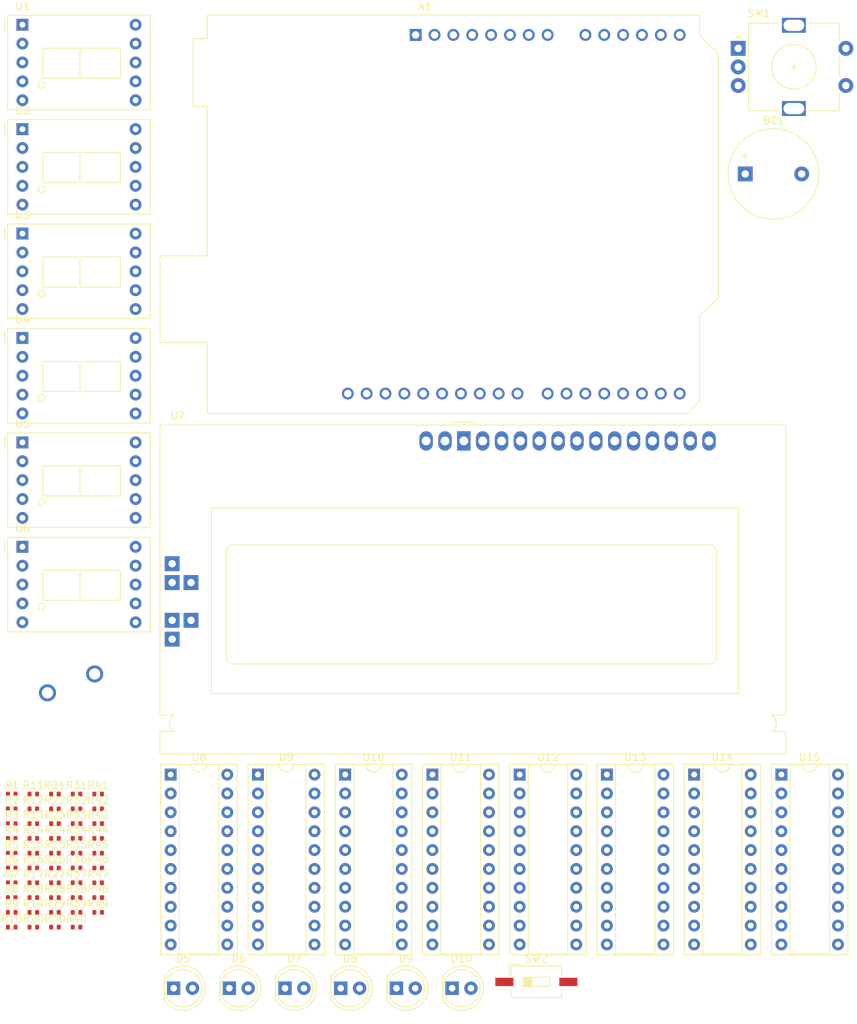
<source format=kicad_pcb>
(kicad_pcb (version 20221018) (generator pcbnew)
  (layers (0 "F.Cu" signal) (31 "B.Cu" signal) (34 "B.Paste" user) (35 "F.Paste" user) (36 "B.SilkS" user "B.Silkscreen") (37 "F.SilkS" user "F.Silkscreen") (38 "B.Mask" user) (39 "F.Mask" user) (44 "Edge.Cuts" user))
  (net 0 "")
  (net 4 "+5V")
  (net 5 "+3.3V")
  (net 6 "GND")
  (net 8 "(Digital) Rotary button")
  (net 9 "(Digital) Rotary A")
  (net 10 "(Digital) Rotary B")
  (net 11 "Char LCD Contrast")
  (net 12 "Buzzer")
  (net 14 "Hour 1 SR SI")
  (net 15 "Hour 2 SR SI")
  (net 16 "Min 1 SR SI")
  (net 17 "Min 2 SR SI")
  (net 18 "Sec 1 SR SI")
  (net 19 "Sec 2 SR SI")
  (net 20 "7-Segment SR CLK")
  (net 21 "Char LCD SR SI")
  (net 22 "Char LCD SR CLK")
  (net 23 "Char LCD BF")
  (net 24 "LED SR SI")
  (net 25 "LED SR CLK")
  (net 26 "Snooze button")
  (net 27 "Alarm toggle")
  (net 31 "PM")
  (net 32 "Alarm")
  (net 33 "Time Delimeter 1")
  (net 34 "Time Delimeter 2")
  (net 35 "Time Delimeter 3")
  (net 36 "Time Delimeter 4")
  (net 37 "Net-(U8-DRAIN0)")
  (net 38 "Net-(U1-A)")
  (net 39 "Net-(U7-A{slash}VEE)")
  (net 40 "Net-(U8-DRAIN1)")
  (net 41 "Net-(U1-B)")
  (net 42 "Net-(U8-DRAIN2)")
  (net 43 "Net-(U1-C)")
  (net 44 "Net-(U8-DRAIN3)")
  (net 45 "Net-(U1-D)")
  (net 46 "Net-(U8-DRAIN4)")
  (net 47 "Net-(U1-E)")
  (net 48 "Net-(U8-DRAIN5)")
  (net 49 "Net-(U1-F)")
  (net 50 "Net-(U8-DRAIN6)")
  (net 51 "Net-(U1-G)")
  (net 52 "Net-(U8-DRAIN7)")
  (net 53 "Net-(U1-DP)")
  (net 54 "Net-(U9-DRAIN0)")
  (net 55 "Net-(U2-A)")
  (net 56 "Net-(U9-DRAIN1)")
  (net 57 "Net-(U2-B)")
  (net 58 "Net-(U9-DRAIN2)")
  (net 59 "Net-(U2-C)")
  (net 60 "Net-(U9-DRAIN3)")
  (net 61 "Net-(U2-D)")
  (net 62 "Net-(U9-DRAIN4)")
  (net 63 "Net-(U2-E)")
  (net 64 "Net-(U9-DRAIN5)")
  (net 65 "Net-(U2-F)")
  (net 66 "Net-(U9-DRAIN6)")
  (net 67 "Net-(U2-G)")
  (net 68 "Net-(U9-DRAIN7)")
  (net 69 "Net-(U2-DP)")
  (net 70 "Net-(U10-DRAIN0)")
  (net 71 "Net-(U3-A)")
  (net 72 "Net-(U10-DRAIN1)")
  (net 73 "Net-(U3-B)")
  (net 74 "Net-(U10-DRAIN2)")
  (net 75 "Net-(U3-C)")
  (net 76 "Net-(U10-DRAIN3)")
  (net 77 "Net-(U3-D)")
  (net 78 "Net-(U10-DRAIN4)")
  (net 79 "Net-(U3-E)")
  (net 80 "Net-(U10-DRAIN5)")
  (net 81 "Net-(U3-F)")
  (net 82 "Net-(U10-DRAIN6)")
  (net 83 "Net-(U3-G)")
  (net 84 "Net-(U10-DRAIN7)")
  (net 85 "Net-(U3-DP)")
  (net 86 "Net-(U11-DRAIN0)")
  (net 87 "Net-(U6-A)")
  (net 88 "Net-(U11-DRAIN1)")
  (net 89 "Net-(U6-B)")
  (net 90 "Net-(U11-DRAIN2)")
  (net 91 "Net-(U6-C)")
  (net 92 "Net-(U11-DRAIN3)")
  (net 93 "Net-(U6-D)")
  (net 94 "Net-(U11-DRAIN4)")
  (net 95 "Net-(U6-E)")
  (net 96 "Net-(U11-DRAIN5)")
  (net 97 "Net-(U6-F)")
  (net 98 "Net-(U11-DRAIN6)")
  (net 99 "Net-(U6-G)")
  (net 100 "Net-(U11-DRAIN7)")
  (net 101 "Net-(U6-DP)")
  (net 102 "Net-(U12-DRAIN0)")
  (net 103 "Net-(U5-A)")
  (net 104 "Net-(U12-DRAIN1)")
  (net 105 "Net-(U5-B)")
  (net 106 "Net-(U12-DRAIN2)")
  (net 107 "Net-(U5-C)")
  (net 108 "Net-(U12-DRAIN3)")
  (net 109 "Net-(U5-D)")
  (net 110 "Net-(U12-DRAIN4)")
  (net 111 "Net-(U5-E)")
  (net 112 "Net-(U12-DRAIN5)")
  (net 113 "Net-(U5-F)")
  (net 114 "Net-(U12-DRAIN6)")
  (net 115 "Net-(U5-G)")
  (net 116 "Net-(U12-DRAIN7)")
  (net 117 "Net-(U5-DP)")
  (net 118 "Net-(U13-DRAIN0)")
  (net 119 "Net-(U4-A)")
  (net 120 "Net-(U13-DRAIN1)")
  (net 121 "Net-(U4-B)")
  (net 122 "Net-(U13-DRAIN2)")
  (net 123 "Net-(U4-C)")
  (net 124 "Net-(U13-DRAIN3)")
  (net 125 "Net-(U4-D)")
  (net 126 "Net-(U13-DRAIN4)")
  (net 127 "Net-(U4-E)")
  (net 128 "Net-(U13-DRAIN5)")
  (net 129 "Net-(U4-F)")
  (net 130 "Net-(U13-DRAIN6)")
  (net 131 "Net-(U4-G)")
  (net 132 "Net-(U13-DRAIN7)")
  (net 133 "Net-(U4-DP)")
  (net 134 "Net-(U14-DRAIN1)")
  (net 135 "Net-(U14-DRAIN2)")
  (net 136 "Net-(U14-DRAIN3)")
  (net 141 "Net-(U14-DRAIN4)")
  (net 142 "Net-(U14-DRAIN5)")
  (net 143 "Net-(U14-DRAIN6)")
  (footprint "Resistor_SMD:R_0402_1005Metric" (layer "F.Cu") (at 91.55 138.04)
    (fp_text reference "R41" (at 0 -1.17) (layer "F.SilkS"))
    (fp_text value "220")
    (pad "1" smd roundrect (at -0.51 0) (size 0.54 0.64) (layers "F.Cu" "F.Paste" "F.Mask") (net 116 "Net-(U12-DRAIN7)"))
    (pad "2" smd roundrect (at 0.51 0) (size 0.54 0.64) (layers "F.Cu" "F.Paste" "F.Mask") (net 117 "Net-(U5-DP)"))
  )
  (footprint "Package_DIP:DIP-20_W7.62mm_Socket" (layer "F.Cu") (at 113.07 135.42)
    (fp_text reference "U9" (at 3.81 -2.33) (layer "F.SilkS"))
    (fp_text value "TPIC6595")
    (pad "1" thru_hole rect (at 0 0) (size 1.6 1.6) (drill 0.8) (layers "*.Cu" "*.Mask") (net 6 "GND"))
    (pad "2" thru_hole oval (at 0 2.54) (size 1.6 1.6) (drill 0.8) (layers "*.Cu" "*.Mask"))
    (pad "3" thru_hole oval (at 0 5.08) (size 1.6 1.6) (drill 0.8) (layers "*.Cu" "*.Mask") (net 15 "Hour 2 SR SI"))
    (pad "4" thru_hole oval (at 0 7.62) (size 1.6 1.6) (drill 0.8) (layers "*.Cu" "*.Mask") (net 54 "Net-(U9-DRAIN0)"))
    (pad "5" thru_hole oval (at 0 10.16) (size 1.6 1.6) (drill 0.8) (layers "*.Cu" "*.Mask") (net 56 "Net-(U9-DRAIN1)"))
    (pad "6" thru_hole oval (at 0 12.7) (size 1.6 1.6) (drill 0.8) (layers "*.Cu" "*.Mask") (net 58 "Net-(U9-DRAIN2)"))
    (pad "7" thru_hole oval (at 0 15.24) (size 1.6 1.6) (drill 0.8) (layers "*.Cu" "*.Mask") (net 60 "Net-(U9-DRAIN3)"))
    (pad "8" thru_hole oval (at 0 17.78) (size 1.6 1.6) (drill 0.8) (layers "*.Cu" "*.Mask"))
    (pad "9" thru_hole oval (at 0 20.32) (size 1.6 1.6) (drill 0.8) (layers "*.Cu" "*.Mask"))
    (pad "10" thru_hole oval (at 0 22.86) (size 1.6 1.6) (drill 0.8) (layers "*.Cu" "*.Mask") (net 6 "GND"))
    (pad "11" thru_hole oval (at 7.62 22.86) (size 1.6 1.6) (drill 0.8) (layers "*.Cu" "*.Mask") (net 6 "GND"))
    (pad "12" thru_hole oval (at 7.62 20.32) (size 1.6 1.6) (drill 0.8) (layers "*.Cu" "*.Mask"))
    (pad "13" thru_hole oval (at 7.62 17.78) (size 1.6 1.6) (drill 0.8) (layers "*.Cu" "*.Mask") (net 20 "7-Segment SR CLK"))
    (pad "14" thru_hole oval (at 7.62 15.24) (size 1.6 1.6) (drill 0.8) (layers "*.Cu" "*.Mask") (net 62 "Net-(U9-DRAIN4)"))
    (pad "15" thru_hole oval (at 7.62 12.7) (size 1.6 1.6) (drill 0.8) (layers "*.Cu" "*.Mask") (net 64 "Net-(U9-DRAIN5)"))
    (pad "16" thru_hole oval (at 7.62 10.16) (size 1.6 1.6) (drill 0.8) (layers "*.Cu" "*.Mask") (net 66 "Net-(U9-DRAIN6)"))
    (pad "17" thru_hole oval (at 7.62 7.62) (size 1.6 1.6) (drill 0.8) (layers "*.Cu" "*.Mask") (net 68 "Net-(U9-DRAIN7)"))
    (pad "18" thru_hole oval (at 7.62 5.08) (size 1.6 1.6) (drill 0.8) (layers "*.Cu" "*.Mask"))
    (pad "19" thru_hole oval (at 7.62 2.54) (size 1.6 1.6) (drill 0.8) (layers "*.Cu" "*.Mask") (net 6 "GND"))
    (pad "20" thru_hole oval (at 7.62 0) (size 1.6 1.6) (drill 0.8) (layers "*.Cu" "*.Mask") (net 6 "GND"))
  )
  (footprint "Resistor_SMD:R_0402_1005Metric" (layer "F.Cu") (at 85.73 153.96)
    (fp_text reference "R29" (at 0 -1.17) (layer "F.SilkS"))
    (fp_text value "220")
    (pad "1" smd roundrect (at -0.51 0) (size 0.54 0.64) (layers "F.Cu" "F.Paste" "F.Mask") (net 92 "Net-(U11-DRAIN3)"))
    (pad "2" smd roundrect (at 0.51 0) (size 0.54 0.64) (layers "F.Cu" "F.Paste" "F.Mask") (net 93 "Net-(U6-D)"))
  )
  (footprint "Resistor_SMD:R_0402_1005Metric" (layer "F.Cu") (at 85.73 149.98)
    (fp_text reference "R27" (at 0 -1.17) (layer "F.SilkS"))
    (fp_text value "220")
    (pad "1" smd roundrect (at -0.51 0) (size 0.54 0.64) (layers "F.Cu" "F.Paste" "F.Mask") (net 88 "Net-(U11-DRAIN1)"))
    (pad "2" smd roundrect (at 0.51 0) (size 0.54 0.64) (layers "F.Cu" "F.Paste" "F.Mask") (net 89 "Net-(U6-B)"))
  )
  (footprint "Resistor_SMD:R_0402_1005Metric" (layer "F.Cu") (at 85.73 151.97)
    (fp_text reference "R28" (at 0 -1.17) (layer "F.SilkS"))
    (fp_text value "220")
    (pad "1" smd roundrect (at -0.51 0) (size 0.54 0.64) (layers "F.Cu" "F.Paste" "F.Mask") (net 90 "Net-(U11-DRAIN2)"))
    (pad "2" smd roundrect (at 0.51 0) (size 0.54 0.64) (layers "F.Cu" "F.Paste" "F.Mask") (net 91 "Net-(U6-C)"))
  )
  (footprint "Resistor_SMD:R_0402_1005Metric" (layer "F.Cu") (at 88.64 149.98)
    (fp_text reference "R37" (at 0 -1.17) (layer "F.SilkS"))
    (fp_text value "220")
    (pad "1" smd roundrect (at -0.51 0) (size 0.54 0.64) (layers "F.Cu" "F.Paste" "F.Mask") (net 108 "Net-(U12-DRAIN3)"))
    (pad "2" smd roundrect (at 0.51 0) (size 0.54 0.64) (layers "F.Cu" "F.Paste" "F.Mask") (net 109 "Net-(U5-D)"))
  )
  (footprint "Rotary_Encoder:RotaryEncoder_Alps_EC11E-Switch_Vertical_H20mm" (layer "F.Cu") (at 177.75 37.7)
    (fp_text reference "SW1" (at 2.8 -4.7) (layer "F.SilkS"))
    (fp_text value "RotaryEncoder_Switch")
    (pad "A" thru_hole rect (at 0 0) (size 2 2) (drill 1) (layers "*.Cu" "*.Mask") (net 9 "(Digital) Rotary A"))
    (pad "B" thru_hole circle (at 0 5) (size 2 2) (drill 1) (layers "*.Cu" "*.Mask") (net 10 "(Digital) Rotary B"))
    (pad "C" thru_hole circle (at 0 2.5) (size 2 2) (drill 1) (layers "*.Cu" "*.Mask") (net 6 "GND"))
    (pad "MP" thru_hole rect (at 7.5 -3.1) (size 3.2 2) (drill oval 2.8 1.5) (layers "*.Cu" "*.Mask"))
    (pad "MP" thru_hole rect (at 7.5 8.1) (size 3.2 2) (drill oval 2.8 1.5) (layers "*.Cu" "*.Mask"))
    (pad "S1" thru_hole circle (at 14.5 5) (size 2 2) (drill 1) (layers "*.Cu" "*.Mask") (net 6 "GND"))
    (pad "S2" thru_hole circle (at 14.5 0) (size 2 2) (drill 1) (layers "*.Cu" "*.Mask") (net 8 "(Digital) Rotary button"))
  )
  (footprint "Resistor_SMD:R_0402_1005Metric" (layer "F.Cu") (at 79.91 140.03)
    (fp_text reference "R2" (at 0 -1.17) (layer "F.SilkS"))
    (fp_text value "220")
    (pad "1" smd roundrect (at -0.51 0) (size 0.54 0.64) (layers "F.Cu" "F.Paste" "F.Mask") (net 39 "Net-(U7-A{slash}VEE)"))
    (pad "2" smd roundrect (at 0.51 0) (size 0.54 0.64) (layers "F.Cu" "F.Paste" "F.Mask") (net 4 "+5V"))
  )
  (footprint "LED_THT:LED_D5.0mm" (layer "F.Cu") (at 116.72 164.17)
    (fp_text reference "D7" (at 1.27 -3.96) (layer "F.SilkS"))
    (fp_text value "LED_Filled")
    (pad "1" thru_hole rect (at 0 0) (size 1.8 1.8) (drill 0.9) (layers "*.Cu" "*.Mask") (net 33 "Time Delimeter 1"))
    (pad "2" thru_hole circle (at 2.54 0) (size 1.8 1.8) (drill 0.9) (layers "*.Cu" "*.Mask") (net 6 "GND"))
  )
  (footprint "Resistor_SMD:R_0402_1005Metric" (layer "F.Cu") (at 79.91 142.02)
    (fp_text reference "R3" (at 0 -1.17) (layer "F.SilkS"))
    (fp_text value "220")
    (pad "1" smd roundrect (at -0.51 0) (size 0.54 0.64) (layers "F.Cu" "F.Paste" "F.Mask") (net 40 "Net-(U8-DRAIN1)"))
    (pad "2" smd roundrect (at 0.51 0) (size 0.54 0.64) (layers "F.Cu" "F.Paste" "F.Mask") (net 41 "Net-(U1-B)"))
  )
  (footprint "Package_DIP:DIP-20_W7.62mm_Socket" (layer "F.Cu") (at 136.57 135.42)
    (fp_text reference "U11" (at 3.81 -2.33) (layer "F.SilkS"))
    (fp_text value "TPIC6595")
    (pad "1" thru_hole rect (at 0 0) (size 1.6 1.6) (drill 0.8) (layers "*.Cu" "*.Mask") (net 6 "GND"))
    (pad "2" thru_hole oval (at 0 2.54) (size 1.6 1.6) (drill 0.8) (layers "*.Cu" "*.Mask"))
    (pad "3" thru_hole oval (at 0 5.08) (size 1.6 1.6) (drill 0.8) (layers "*.Cu" "*.Mask") (net 17 "Min 2 SR SI"))
    (pad "4" thru_hole oval (at 0 7.62) (size 1.6 1.6) (drill 0.8) (layers "*.Cu" "*.Mask") (net 86 "Net-(U11-DRAIN0)"))
    (pad "5" thru_hole oval (at 0 10.16) (size 1.6 1.6) (drill 0.8) (layers "*.Cu" "*.Mask") (net 88 "Net-(U11-DRAIN1)"))
    (pad "6" thru_hole oval (at 0 12.7) (size 1.6 1.6) (drill 0.8) (layers "*.Cu" "*.Mask") (net 90 "Net-(U11-DRAIN2)"))
    (pad "7" thru_hole oval (at 0 15.24) (size 1.6 1.6) (drill 0.8) (layers "*.Cu" "*.Mask") (net 92 "Net-(U11-DRAIN3)"))
    (pad "8" thru_hole oval (at 0 17.78) (size 1.6 1.6) (drill 0.8) (layers "*.Cu" "*.Mask"))
    (pad "9" thru_hole oval (at 0 20.32) (size 1.6 1.6) (drill 0.8) (layers "*.Cu" "*.Mask"))
    (pad "10" thru_hole oval (at 0 22.86) (size 1.6 1.6) (drill 0.8) (layers "*.Cu" "*.Mask") (net 6 "GND"))
    (pad "11" thru_hole oval (at 7.62 22.86) (size 1.6 1.6) (drill 0.8) (layers "*.Cu" "*.Mask") (net 6 "GND"))
    (pad "12" thru_hole oval (at 7.62 20.32) (size 1.6 1.6) (drill 0.8) (layers "*.Cu" "*.Mask"))
    (pad "13" thru_hole oval (at 7.62 17.78) (size 1.6 1.6) (drill 0.8) (layers "*.Cu" "*.Mask") (net 20 "7-Segment SR CLK"))
    (pad "14" thru_hole oval (at 7.62 15.24) (size 1.6 1.6) (drill 0.8) (layers "*.Cu" "*.Mask") (net 94 "Net-(U11-DRAIN4)"))
    (pad "15" thru_hole oval (at 7.62 12.7) (size 1.6 1.6) (drill 0.8) (layers "*.Cu" "*.Mask") (net 96 "Net-(U11-DRAIN5)"))
    (pad "16" thru_hole oval (at 7.62 10.16) (size 1.6 1.6) (drill 0.8) (layers "*.Cu" "*.Mask") (net 98 "Net-(U11-DRAIN6)"))
    (pad "17" thru_hole oval (at 7.62 7.62) (size 1.6 1.6) (drill 0.8) (layers "*.Cu" "*.Mask") (net 100 "Net-(U11-DRAIN7)"))
    (pad "18" thru_hole oval (at 7.62 5.08) (size 1.6 1.6) (drill 0.8) (layers "*.Cu" "*.Mask"))
    (pad "19" thru_hole oval (at 7.62 2.54) (size 1.6 1.6) (drill 0.8) (layers "*.Cu" "*.Mask") (net 6 "GND"))
    (pad "20" thru_hole oval (at 7.62 0) (size 1.6 1.6) (drill 0.8) (layers "*.Cu" "*.Mask") (net 6 "GND"))
  )
  (footprint "Resistor_SMD:R_0402_1005Metric" (layer "F.Cu") (at 79.91 153.96)
    (fp_text reference "R9" (at 0 -1.17) (layer "F.SilkS"))
    (fp_text value "220")
    (pad "1" smd roundrect (at -0.51 0) (size 0.54 0.64) (layers "F.Cu" "F.Paste" "F.Mask") (net 52 "Net-(U8-DRAIN7)"))
    (pad "2" smd roundrect (at 0.51 0) (size 0.54 0.64) (layers "F.Cu" "F.Paste" "F.Mask") (net 53 "Net-(U1-DP)"))
  )
  (footprint "Resistor_SMD:R_0402_1005Metric" (layer "F.Cu") (at 88.64 151.97)
    (fp_text reference "R38" (at 0 -1.17) (layer "F.SilkS"))
    (fp_text value "220")
    (pad "1" smd roundrect (at -0.51 0) (size 0.54 0.64) (layers "F.Cu" "F.Paste" "F.Mask") (net 110 "Net-(U12-DRAIN4)"))
    (pad "2" smd roundrect (at 0.51 0) (size 0.54 0.64) (layers "F.Cu" "F.Paste" "F.Mask") (net 111 "Net-(U5-E)"))
  )
  (footprint "Display_7Segment:D1X8K" (layer "F.Cu") (at 81.355 104.77)
    (fp_text reference "U6" (at 0.03 -2.48) (layer "F.SilkS"))
    (fp_text value "D168K")
    (pad "1" thru_hole rect (at 0 0 270) (size 1.6 1.6) (drill 0.8) (layers "*.Cu" "*.Mask") (net 95 "Net-(U6-E)"))
    (pad "2" thru_hole circle (at 0 2.54 270) (size 1.6 1.6) (drill 0.8) (layers "*.Cu" "*.Mask") (net 93 "Net-(U6-D)"))
    (pad "3" thru_hole circle (at 0 5.08 270) (size 1.6 1.6) (drill 0.8) (layers "*.Cu" "*.Mask") (net 4 "+5V"))
    (pad "4" thru_hole circle (at 0 7.62 270) (size 1.6 1.6) (drill 0.8) (layers "*.Cu" "*.Mask") (net 91 "Net-(U6-C)"))
    (pad "5" thru_hole circle (at 0 10.16 270) (size 1.6 1.6) (drill 0.8) (layers "*.Cu" "*.Mask") (net 101 "Net-(U6-DP)"))
    (pad "6" thru_hole circle (at 15.24 10.16 270) (size 1.6 1.6) (drill 0.8) (layers "*.Cu" "*.Mask") (net 89 "Net-(U6-B)"))
    (pad "7" thru_hole circle (at 15.24 7.62 270) (size 1.6 1.6) (drill 0.8) (layers "*.Cu" "*.Mask") (net 87 "Net-(U6-A)"))
    (pad "8" thru_hole circle (at 15.24 5.08 270) (size 1.6 1.6) (drill 0.8) (layers "*.Cu" "*.Mask") (net 6 "GND"))
    (pad "9" thru_hole circle (at 15.24 2.54 270) (size 1.6 1.6) (drill 0.8) (layers "*.Cu" "*.Mask") (net 97 "Net-(U6-F)"))
    (pad "10" thru_hole circle (at 15.24 0 270) (size 1.6 1.6) (drill 0.8) (layers "*.Cu" "*.Mask") (net 99 "Net-(U6-G)"))
  )
  (footprint "Resistor_SMD:R_0402_1005Metric" (layer "F.Cu") (at 79.91 138.04)
    (fp_text reference "R1" (at 0 -1.17) (layer "F.SilkS"))
    (fp_text value "220")
    (pad "1" smd roundrect (at -0.51 0) (size 0.54 0.64) (layers "F.Cu" "F.Paste" "F.Mask") (net 37 "Net-(U8-DRAIN0)"))
    (pad "2" smd roundrect (at 0.51 0) (size 0.54 0.64) (layers "F.Cu" "F.Paste" "F.Mask") (net 38 "Net-(U1-A)"))
  )
  (footprint "Resistor_SMD:R_0402_1005Metric" (layer "F.Cu") (at 91.55 153.96)
    (fp_text reference "R49" (at 0 -1.17) (layer "F.SilkS"))
    (fp_text value "220")
    (pad "1" smd roundrect (at -0.51 0) (size 0.54 0.64) (layers "F.Cu" "F.Paste" "F.Mask") (net 132 "Net-(U13-DRAIN7)"))
    (pad "2" smd roundrect (at 0.51 0) (size 0.54 0.64) (layers "F.Cu" "F.Paste" "F.Mask") (net 133 "Net-(U4-DP)"))
  )
  (footprint "Resistor_SMD:R_0402_1005Metric" (layer "F.Cu") (at 79.91 149.98)
    (fp_text reference "R7" (at 0 -1.17) (layer "F.SilkS"))
    (fp_text value "220")
    (pad "1" smd roundrect (at -0.51 0) (size 0.54 0.64) (layers "F.Cu" "F.Paste" "F.Mask") (net 48 "Net-(U8-DRAIN5)"))
    (pad "2" smd roundrect (at 0.51 0) (size 0.54 0.64) (layers "F.Cu" "F.Paste" "F.Mask") (net 49 "Net-(U1-F)"))
  )
  (footprint "Display_7Segment:D1X8K" (layer "F.Cu") (at 81.355 62.62)
    (fp_text reference "U3" (at 0.03 -2.48) (layer "F.SilkS"))
    (fp_text value "D168K")
    (pad "1" thru_hole rect (at 0 0 270) (size 1.6 1.6) (drill 0.8) (layers "*.Cu" "*.Mask") (net 79 "Net-(U3-E)"))
    (pad "2" thru_hole circle (at 0 2.54 270) (size 1.6 1.6) (drill 0.8) (layers "*.Cu" "*.Mask") (net 77 "Net-(U3-D)"))
    (pad "3" thru_hole circle (at 0 5.08 270) (size 1.6 1.6) (drill 0.8) (layers "*.Cu" "*.Mask") (net 4 "+5V"))
    (pad "4" thru_hole circle (at 0 7.62 270) (size 1.6 1.6) (drill 0.8) (layers "*.Cu" "*.Mask") (net 75 "Net-(U3-C)"))
    (pad "5" thru_hole circle (at 0 10.16 270) (size 1.6 1.6) (drill 0.8) (layers "*.Cu" "*.Mask") (net 85 "Net-(U3-DP)"))
    (pad "6" thru_hole circle (at 15.24 10.16 270) (size 1.6 1.6) (drill 0.8) (layers "*.Cu" "*.Mask") (net 73 "Net-(U3-B)"))
    (pad "7" thru_hole circle (at 15.24 7.62 270) (size 1.6 1.6) (drill 0.8) (layers "*.Cu" "*.Mask") (net 71 "Net-(U3-A)"))
    (pad "8" thru_hole circle (at 15.24 5.08 270) (size 1.6 1.6) (drill 0.8) (layers "*.Cu" "*.Mask") (net 6 "GND"))
    (pad "9" thru_hole circle (at 15.24 2.54 270) (size 1.6 1.6) (drill 0.8) (layers "*.Cu" "*.Mask") (net 81 "Net-(U3-F)"))
    (pad "10" thru_hole circle (at 15.24 0 270) (size 1.6 1.6) (drill 0.8) (layers "*.Cu" "*.Mask") (net 83 "Net-(U3-G)"))
  )
  (footprint "Resistor_SMD:R_0402_1005Metric" (layer "F.Cu") (at 82.82 155.95)
    (fp_text reference "R20" (at 0 -1.17) (layer "F.SilkS"))
    (fp_text value "220")
    (pad "1" smd roundrect (at -0.51 0) (size 0.54 0.64) (layers "F.Cu" "F.Paste" "F.Mask") (net 74 "Net-(U10-DRAIN2)"))
    (pad "2" smd roundrect (at 0.51 0) (size 0.54 0.64) (layers "F.Cu" "F.Paste" "F.Mask") (net 75 "Net-(U3-C)"))
  )
  (footprint "Resistor_SMD:R_0402_1005Metric" (layer "F.Cu") (at 88.64 140.03)
    (fp_text reference "R32" (at 0 -1.17) (layer "F.SilkS"))
    (fp_text value "220")
    (pad "1" smd roundrect (at -0.51 0) (size 0.54 0.64) (layers "F.Cu" "F.Paste" "F.Mask") (net 98 "Net-(U11-DRAIN6)"))
    (pad "2" smd roundrect (at 0.51 0) (size 0.54 0.64) (layers "F.Cu" "F.Paste" "F.Mask") (net 99 "Net-(U6-G)"))
  )
  (footprint "Module:Arduino_UNO_R3_WithMountingHoles" (layer "F.Cu") (at 134.31 35.89)
    (fp_text reference "A1" (at 1.27 -3.81 180) (layer "F.SilkS"))
    (fp_text value "Arduino_UNO_R3")
    (pad "" np_thru_hole circle (at -13.97 0 90) (size 3.2 3.2) (drill 3.2) (layers "*.Cu" "*.Mask"))
    (pad "" np_thru_hole circle (at -12.7 48.26 90) (size 3.2 3.2) (drill 3.2) (layers "*.Cu" "*.Mask"))
    (pad "" np_thru_hole circle (at 38.1 5.08 90) (size 3.2 3.2) (drill 3.2) (layers "*.Cu" "*.Mask"))
    (pad "" np_thru_hole circle (at 38.1 33.02 90) (size 3.2 3.2) (drill 3.2) (layers "*.Cu" "*.Mask"))
    (pad "1" thru_hole rect (at 0 0 90) (size 1.6 1.6) (drill 1) (layers "*.Cu" "*.Mask"))
    (pad "2" thru_hole oval (at 2.54 0 90) (size 1.6 1.6) (drill 1) (layers "*.Cu" "*.Mask"))
    (pad "3" thru_hole oval (at 5.08 0 90) (size 1.6 1.6) (drill 1) (layers "*.Cu" "*.Mask"))
    (pad "4" thru_hole oval (at 7.62 0 90) (size 1.6 1.6) (drill 1) (layers "*.Cu" "*.Mask") (net 4 "+5V"))
    (pad "5" thru_hole oval (at 10.16 0 90) (size 1.6 1.6) (drill 1) (layers "*.Cu" "*.Mask") (net 5 "+3.3V"))
    (pad "6" thru_hole oval (at 12.7 0 90) (size 1.6 1.6) (drill 1) (layers "*.Cu" "*.Mask") (net 6 "GND"))
    (pad "7" thru_hole oval (at 15.24 0 90) (size 1.6 1.6) (drill 1) (layers "*.Cu" "*.Mask") (net 6 "GND"))
    (pad "8" thru_hole oval (at 17.78 0 90) (size 1.6 1.6) (drill 1) (layers "*.Cu" "*.Mask"))
    (pad "9" thru_hole oval (at 22.86 0 90) (size 1.6 1.6) (drill 1) (layers "*.Cu" "*.Mask") (net 8 "(Digital) Rotary button"))
    (pad "10" thru_hole oval (at 25.4 0 90) (size 1.6 1.6) (drill 1) (layers "*.Cu" "*.Mask") (net 9 "(Digital) Rotary A"))
    (pad "11" thru_hole oval (at 27.94 0 90) (size 1.6 1.6) (drill 1) (layers "*.Cu" "*.Mask") (net 10 "(Digital) Rotary B"))
    (pad "12" thru_hole oval (at 30.48 0 90) (size 1.6 1.6) (drill 1) (layers "*.Cu" "*.Mask") (net 11 "Char LCD Contrast"))
    (pad "13" thru_hole oval (at 33.02 0 90) (size 1.6 1.6) (drill 1) (layers "*.Cu" "*.Mask") (net 12 "Buzzer"))
    (pad "14" thru_hole oval (at 35.56 0 90) (size 1.6 1.6) (drill 1) (layers "*.Cu" "*.Mask"))
    (pad "15" thru_hole oval (at 35.56 48.26 90) (size 1.6 1.6) (drill 1) (layers "*.Cu" "*.Mask") (net 14 "Hour 1 SR SI"))
    (pad "16" thru_hole oval (at 33.02 48.26 90) (size 1.6 1.6) (drill 1) (layers "*.Cu" "*.Mask") (net 15 "Hour 2 SR SI"))
    (pad "17" thru_hole oval (at 30.48 48.26 90) (size 1.6 1.6) (drill 1) (layers "*.Cu" "*.Mask") (net 16 "Min 1 SR SI"))
    (pad "18" thru_hole oval (at 27.94 48.26 90) (size 1.6 1.6) (drill 1) (layers "*.Cu" "*.Mask") (net 17 "Min 2 SR SI"))
    (pad "19" thru_hole oval (at 25.4 48.26 90) (size 1.6 1.6) (drill 1) (layers "*.Cu" "*.Mask") (net 18 "Sec 1 SR SI"))
    (pad "20" thru_hole oval (at 22.86 48.26 90) (size 1.6 1.6) (drill 1) (layers "*.Cu" "*.Mask") (net 19 "Sec 2 SR SI"))
    (pad "21" thru_hole oval (at 20.32 48.26 90) (size 1.6 1.6) (drill 1) (layers "*.Cu" "*.Mask") (net 20 "7-Segment SR CLK"))
    (pad "22" thru_hole oval (at 17.78 48.26 90) (size 1.6 1.6) (drill 1) (layers "*.Cu" "*.Mask") (net 21 "Char LCD SR SI"))
    (pad "23" thru_hole oval (at 13.72 48.26 90) (size 1.6 1.6) (drill 1) (layers "*.Cu" "*.Mask") (net 22 "Char LCD SR CLK"))
    (pad "24" thru_hole oval (at 11.18 48.26 90) (size 1.6 1.6) (drill 1) (layers "*.Cu" "*.Mask") (net 23 "Char LCD BF"))
    (pad "25" thru_hole oval (at 8.64 48.26 90) (size 1.6 1.6) (drill 1) (layers "*.Cu" "*.Mask") (net 24 "LED SR SI"))
    (pad "26" thru_hole oval (at 6.1 48.26 90) (size 1.6 1.6) (drill 1) (layers "*.Cu" "*.Mask") (net 25 "LED SR CLK"))
    (pad "27" thru_hole oval (at 3.56 48.26 90) (size 1.6 1.6) (drill 1) (layers "*.Cu" "*.Mask") (net 26 "Snooze button"))
    (pad "28" thru_hole oval (at 1.02 48.26 90) (size 1.6 1.6) (drill 1) (layers "*.Cu" "*.Mask") (net 27 "Alarm toggle"))
    (pad "29" thru_hole oval (at -1.52 48.26 90) (size 1.6 1.6) (drill 1) (layers "*.Cu" "*.Mask") (net 6 "GND"))
    (pad "30" thru_hole oval (at -4.06 48.26 90) (size 1.6 1.6) (drill 1) (layers "*.Cu" "*.Mask"))
    (pad "31" thru_hole oval (at -6.6 48.26 90) (size 1.6 1.6) (drill 1) (layers "*.Cu" "*.Mask"))
    (pad "32" thru_hole oval (at -9.14 48.26 90) (size 1.6 1.6) (drill 1) (layers "*.Cu" "*.Mask"))
  )
  (footprint "Resistor_SMD:R_0402_1005Metric" (layer "F.Cu") (at 88.64 138.04)
    (fp_text reference "R31" (at 0 -1.17) (layer "F.SilkS"))
    (fp_text value "220")
    (pad "1" smd roundrect (at -0.51 0) (size 0.54 0.64) (layers "F.Cu" "F.Paste" "F.Mask") (net 96 "Net-(U11-DRAIN5)"))
    (pad "2" smd roundrect (at 0.51 0) (size 0.54 0.64) (layers "F.Cu" "F.Paste" "F.Mask") (net 97 "Net-(U6-F)"))
  )
  (footprint "Resistor_SMD:R_0402_1005Metric" (layer "F.Cu") (at 85.73 144.01)
    (fp_text reference "R24" (at 0 -1.17) (layer "F.SilkS"))
    (fp_text value "220")
    (pad "1" smd roundrect (at -0.51 0) (size 0.54 0.64) (layers "F.Cu" "F.Paste" "F.Mask") (net 82 "Net-(U10-DRAIN6)"))
    (pad "2" smd roundrect (at 0.51 0) (size 0.54 0.64) (layers "F.Cu" "F.Paste" "F.Mask") (net 83 "Net-(U3-G)"))
  )
  (footprint "Resistor_SMD:R_0402_1005Metric" (layer "F.Cu") (at 91.55 146)
    (fp_text reference "R45" (at 0 -1.17) (layer "F.SilkS"))
    (fp_text value "220")
    (pad "1" smd roundrect (at -0.51 0) (size 0.54 0.64) (layers "F.Cu" "F.Paste" "F.Mask") (net 124 "Net-(U13-DRAIN3)"))
    (pad "2" smd roundrect (at 0.51 0) (size 0.54 0.64) (layers "F.Cu" "F.Paste" "F.Mask") (net 125 "Net-(U4-D)"))
  )
  (footprint "Resistor_SMD:R_0402_1005Metric" (layer "F.Cu") (at 88.64 142.02)
    (fp_text reference "R33" (at 0 -1.17) (layer "F.SilkS"))
    (fp_text value "220")
    (pad "1" smd roundrect (at -0.51 0) (size 0.54 0.64) (layers "F.Cu" "F.Paste" "F.Mask") (net 100 "Net-(U11-DRAIN7)"))
    (pad "2" smd roundrect (at 0.51 0) (size 0.54 0.64) (layers "F.Cu" "F.Paste" "F.Mask") (net 101 "Net-(U6-DP)"))
  )
  (footprint "Resistor_SMD:R_0402_1005Metric" (layer "F.Cu") (at 88.64 146)
    (fp_text reference "R35" (at 0 -1.17) (layer "F.SilkS"))
    (fp_text value "220")
    (pad "1" smd roundrect (at -0.51 0) (size 0.54 0.64) (layers "F.Cu" "F.Paste" "F.Mask") (net 104 "Net-(U12-DRAIN1)"))
    (pad "2" smd roundrect (at 0.51 0) (size 0.54 0.64) (layers "F.Cu" "F.Paste" "F.Mask") (net 105 "Net-(U5-B)"))
  )
  (footprint "Resistor_SMD:R_0402_1005Metric" (layer "F.Cu") (at 79.91 151.97)
    (fp_text reference "R8" (at 0 -1.17) (layer "F.SilkS"))
    (fp_text value "220")
    (pad "1" smd roundrect (at -0.51 0) (size 0.54 0.64) (layers "F.Cu" "F.Paste" "F.Mask") (net 50 "Net-(U8-DRAIN6)"))
    (pad "2" smd roundrect (at 0.51 0) (size 0.54 0.64) (layers "F.Cu" "F.Paste" "F.Mask") (net 51 "Net-(U1-G)"))
  )
  (footprint "Resistor_SMD:R_0402_1005Metric" (layer "F.Cu") (at 79.91 155.95)
    (fp_text reference "R10" (at 0 -1.17) (layer "F.SilkS"))
    (fp_text value "220")
    (pad "1" smd roundrect (at -0.51 0) (size 0.54 0.64) (layers "F.Cu" "F.Paste" "F.Mask") (net 54 "Net-(U9-DRAIN0)"))
    (pad "2" smd roundrect (at 0.51 0) (size 0.54 0.64) (layers "F.Cu" "F.Paste" "F.Mask") (net 55 "Net-(U2-A)"))
  )
  (footprint "PCM_marbastlib-mx:SW_MX_1u" (layer "F.Cu") (at 88.54 126.96)
    (fp_text reference "SW3" hide)
    (fp_text value "SW_Push" hide)
    (pad "" np_thru_hole circle (at -5.08 0) (size 1.75 1.75) (drill 1.75) (layers "*.Cu" "*.Mask"))
    (pad "" np_thru_hole circle (at 0 0) (size 3.9878 3.9878) (drill 3.9878) (layers "*.Cu" "*.Mask"))
    (pad "" np_thru_hole circle (at 5.08 0) (size 1.75 1.75) (drill 1.75) (layers "*.Cu" "*.Mask"))
    (pad "1" thru_hole circle (at -3.81 -2.54) (size 2.3 2.3) (drill 1.524) (layers "*.Cu" "B.Mask") (net 26 "Snooze button"))
    (pad "2" thru_hole circle (at 2.54 -5.08) (size 2.3 2.3) (drill 1.524) (layers "*.Cu" "B.Mask") (net 6 "GND"))
  )
  (footprint "Resistor_SMD:R_0402_1005Metric" (layer "F.Cu") (at 85.73 146)
    (fp_text reference "R25" (at 0 -1.17) (layer "F.SilkS"))
    (fp_text value "220")
    (pad "1" smd roundrect (at -0.51 0) (size 0.54 0.64) (layers "F.Cu" "F.Paste" "F.Mask") (net 84 "Net-(U10-DRAIN7)"))
    (pad "2" smd roundrect (at 0.51 0) (size 0.54 0.64) (layers "F.Cu" "F.Paste" "F.Mask") (net 85 "Net-(U3-DP)"))
  )
  (footprint "Resistor_SMD:R_0402_1005Metric" (layer "F.Cu") (at 91.55 149.98)
    (fp_text reference "R47" (at 0 -1.17) (layer "F.SilkS"))
    (fp_text value "220")
    (pad "1" smd roundrect (at -0.51 0) (size 0.54 0.64) (layers "F.Cu" "F.Paste" "F.Mask") (net 128 "Net-(U13-DRAIN5)"))
    (pad "2" smd roundrect (at 0.51 0) (size 0.54 0.64) (layers "F.Cu" "F.Paste" "F.Mask") (net 129 "Net-(U4-F)"))
  )
  (footprint "Display_7Segment:D1X8K" (layer "F.Cu") (at 81.355 90.72)
    (fp_text reference "U5" (at 0.03 -2.48) (layer "F.SilkS"))
    (fp_text value "D168K")
    (pad "1" thru_hole rect (at 0 0 270) (size 1.6 1.6) (drill 0.8) (layers "*.Cu" "*.Mask") (net 111 "Net-(U5-E)"))
    (pad "2" thru_hole circle (at 0 2.54 270) (size 1.6 1.6) (drill 0.8) (layers "*.Cu" "*.Mask") (net 109 "Net-(U5-D)"))
    (pad "3" thru_hole circle (at 0 5.08 270) (size 1.6 1.6) (drill 0.8) (layers "*.Cu" "*.Mask") (net 4 "+5V"))
    (pad "4" thru_hole circle (at 0 7.62 270) (size 1.6 1.6) (drill 0.8) (layers "*.Cu" "*.Mask") (net 107 "Net-(U5-C)"))
    (pad "5" thru_hole circle (at 0 10.16 270) (size 1.6 1.6) (drill 0.8) (layers "*.Cu" "*.Mask") (net 117 "Net-(U5-DP)"))
    (pad "6" thru_hole circle (at 15.24 10.16 270) (size 1.6 1.6) (drill 0.8) (layers "*.Cu" "*.Mask") (net 105 "Net-(U5-B)"))
    (pad "7" thru_hole circle (at 15.24 7.62 270) (size 1.6 1.6) (drill 0.8) (layers "*.Cu" "*.Mask") (net 103 "Net-(U5-A)"))
    (pad "8" thru_hole circle (at 15.24 5.08 270) (size 1.6 1.6) (drill 0.8) (layers "*.Cu" "*.Mask") (net 6 "GND"))
    (pad "9" thru_hole circle (at 15.24 2.54 270) (size 1.6 1.6) (drill 0.8) (layers "*.Cu" "*.Mask") (net 113 "Net-(U5-F)"))
    (pad "10" thru_hole circle (at 15.24 0 270) (size 1.6 1.6) (drill 0.8) (layers "*.Cu" "*.Mask") (net 115 "Net-(U5-G)"))
  )
  (footprint "LED_THT:LED_D5.0mm" (layer "F.Cu") (at 124.22 164.17)
    (fp_text reference "D8" (at 1.27 -3.96) (layer "F.SilkS"))
    (fp_text value "LED_Filled")
    (pad "1" thru_hole rect (at 0 0) (size 1.8 1.8) (drill 0.9) (layers "*.Cu" "*.Mask") (net 34 "Time Delimeter 2"))
    (pad "2" thru_hole circle (at 2.54 0) (size 1.8 1.8) (drill 0.9) (layers "*.Cu" "*.Mask") (net 6 "GND"))
  )
  (footprint "Resistor_SMD:R_0402_1005Metric" (layer "F.Cu") (at 82.82 151.97)
    (fp_text reference "R18" (at 0 -1.17) (layer "F.SilkS"))
    (fp_text value "220")
    (pad "1" smd roundrect (at -0.51 0) (size 0.54 0.64) (layers "F.Cu" "F.Paste" "F.Mask") (net 70 "Net-(U10-DRAIN0)"))
    (pad "2" smd roundrect (at 0.51 0) (size 0.54 0.64) (layers "F.Cu" "F.Paste" "F.Mask") (net 71 "Net-(U3-A)"))
  )
  (footprint "LED_THT:LED_D5.0mm" (layer "F.Cu") (at 131.72 164.17)
    (fp_text reference "D9" (at 1.27 -3.96) (layer "F.SilkS"))
    (fp_text value "LED_Filled")
    (pad "1" thru_hole rect (at 0 0) (size 1.8 1.8) (drill 0.9) (layers "*.Cu" "*.Mask") (net 35 "Time Delimeter 3"))
    (pad "2" thru_hole circle (at 2.54 0) (size 1.8 1.8) (drill 0.9) (layers "*.Cu" "*.Mask") (net 6 "GND"))
  )
  (footprint "Button_Switch_SMD:SW_DIP_SPSTx01_Slide_6.7x4.1mm_W8.61mm_P2.54mm_LowProfile" (layer "F.Cu") (at 150.57 163.32)
    (fp_text reference "SW2" (at 0 -3.11) (layer "F.SilkS"))
    (fp_text value "SW_SPST")
    (pad "1" smd rect (at -4.305 0) (size 2.44 1.12) (layers "F.Cu" "F.Paste" "F.Mask") (net 27 "Alarm toggle"))
    (pad "2" smd rect (at 4.305 0) (size 2.44 1.12) (layers "F.Cu" "F.Paste" "F.Mask") (net 6 "GND"))
  )
  (footprint "Display:RC1602A" (layer "F.Cu") (at 140.8 90.525)
    (fp_text reference "U7" (at -38.53 -3.41 180) (layer "F.SilkS"))
    (fp_text value "RC1602A")
    (pad "" np_thru_hole circle (at -38.28 38 180) (size 2.5 2.5) (drill 2.5) (layers "*.Cu" "*.Mask"))
    (pad "" np_thru_hole circle (at -36.78 2 180) (size 2.5 2.5) (drill 2.5) (layers "*.Cu" "*.Mask"))
    (pad "" np_thru_hole circle (at 39.22 2 180) (size 2.5 2.5) (drill 2.5) (layers "*.Cu" "*.Mask"))
    (pad "" np_thru_hole circle (at 40.72 38 180) (size 2.5 2.5) (drill 2.5) (layers "*.Cu" "*.Mask"))
    (pad "1" thru_hole rect (at 0 0 180) (size 1.8 2.6) (drill 1.2) (layers "*.Cu" "*.Mask") (net 6 "GND"))
    (pad "2" thru_hole oval (at 2.54 0 180) (size 1.8 2.6) (drill 1.2) (layers "*.Cu" "*.Mask") (net 4 "+5V"))
    (pad "3" thru_hole oval (at 5.08 0 180) (size 1.8 2.6) (drill 1.2) (layers "*.Cu" "*.Mask") (net 11 "Char LCD Contrast"))
    (pad "4" thru_hole oval (at 7.62 0 180) (size 1.8 2.6) (drill 1.2) (layers "*.Cu" "*.Mask") (net 134 "Net-(U14-DRAIN1)"))
    (pad "5" thru_hole oval (at 10.16 0 180) (size 1.8 2.6) (drill 1.2) (layers "*.Cu" "*.Mask") (net 135 "Net-(U14-DRAIN2)"))
    (pad "6" thru_hole oval (at 12.7 0 180) (size 1.8 2.6) (drill 1.2) (layers "*.Cu" "*.Mask") (net 136 "Net-(U14-DRAIN3)"))
    (pad "7" thru_hole oval (at 15.24 0 180) (size 1.8 2.6) (drill 1.2) (layers "*.Cu" "*.Mask"))
    (pad "8" thru_hole oval (at 17.78 0 180) (size 1.8 2.6) (drill 1.2) (layers "*.Cu" "*.Mask"))
    (pad "9" thru_hole oval (at 20.32 0 180) (size 1.8 2.6) (drill 1.2) (layers "*.Cu" "*.Mask"))
    (pad "10" thru_hole oval (at 22.86 0 180) (size 1.8 2.6) (drill 1.2) (layers "*.Cu" "*.Mask"))
    (pad "11" thru_hole oval (at 25.4 0 180) (size 1.8 2.6) (drill 1.2) (layers "*.Cu" "*.Mask") (net 141 "Net-(U14-DRAIN4)"))
    (pad "12" thru_hole oval (at 27.94 0 180) (size 1.8 2.6) (drill 1.2) (layers "*.Cu" "*.Mask") (net 142 "Net-(U14-DRAIN5)"))
    (pad "13" thru_hole oval (at 30.48508 0.00254 180) (size 1.8 2.6) (drill 1.2) (layers "*.Cu" "*.Mask") (net 143 "Net-(U14-DRAIN6)"))
    (pad "14" thru_hole oval (at 33.02 0 180) (size 1.8 2.6) (drill 1.2) (layers "*.Cu" "*.Mask") (net 23 "Char LCD BF"))
    (pad "15" thru_hole oval (at -5.08 0 180) (size 1.8 2.6) (drill 1.2) (layers "*.Cu" "*.Mask") (net 39 "Net-(U7-A{slash}VEE)"))
    (pad "16" thru_hole oval (at -2.53492 0.00254 180) (size 1.8 2.6) (drill 1.2) (layers "*.Cu" "*.Mask") (net 6 "GND"))
    (pad "A1" thru_hole rect (at -39.28 24.14 180) (size 2 2) (drill 1) (layers "*.Cu" "*.Mask"))
    (pad "A1" thru_hole rect (at -39.28 26.68 180) (size 2 2) (drill 1) (layers "*.Cu" "*.Mask"))
    (pad "A1" thru_hole rect (at -36.74 24.14 180) (size 2 2) (drill 1) (layers "*.Cu" "*.Mask"))
    (pad "K1" thru_hole rect (at -39.28 16.52 180) (size 2 2) (drill 1) (layers "*.Cu" "*.Mask"))
    (pad "K1" thru_hole rect (at -39.28 19.06 180) (size 2 2) (drill 1) (layers "*.Cu" "*.Mask"))
    (pad "K1" thru_hole rect (at -36.74 19.06 180) (size 2 2) (drill 1) (layers "*.Cu" "*.Mask"))
  )
  (footprint "Resistor_SMD:R_0402_1005Metric" (layer "F.Cu") (at 91.55 147.99)
    (fp_text reference "R46" (at 0 -1.17) (layer "F.SilkS"))
    (fp_text value "220")
    (pad "1" smd roundrect (at -0.51 0) (size 0.54 0.64) (layers "F.Cu" "F.Paste" "F.Mask") (net 126 "Net-(U13-DRAIN4)"))
    (pad "2" smd roundrect (at 0.51 0) (size 0.54 0.64) (layers "F.Cu" "F.Paste" "F.Mask") (net 127 "Net-(U4-E)"))
  )
  (footprint "Resistor_SMD:R_0402_1005Metric" (layer "F.Cu") (at 79.91 144.01)
    (fp_text reference "R4" (at 0 -1.17) (layer "F.SilkS"))
    (fp_text value "220")
    (pad "1" smd roundrect (at -0.51 0) (size 0.54 0.64) (layers "F.Cu" "F.Paste" "F.Mask") (net 42 "Net-(U8-DRAIN2)"))
    (pad "2" smd roundrect (at 0.51 0) (size 0.54 0.64) (layers "F.Cu" "F.Paste" "F.Mask") (net 43 "Net-(U1-C)"))
  )
  (footprint "Package_DIP:DIP-20_W7.62mm_Socket" (layer "F.Cu") (at 101.32 135.42)
    (fp_text reference "U8" (at 3.81 -2.33) (layer "F.SilkS"))
    (fp_text value "TPIC6595")
    (pad "1" thru_hole rect (at 0 0) (size 1.6 1.6) (drill 0.8) (layers "*.Cu" "*.Mask") (net 6 "GND"))
    (pad "2" thru_hole oval (at 0 2.54) (size 1.6 1.6) (drill 0.8) (layers "*.Cu" "*.Mask"))
    (pad "3" thru_hole oval (at 0 5.08) (size 1.6 1.6) (drill 0.8) (layers "*.Cu" "*.Mask") (net 14 "Hour 1 SR SI"))
    (pad "4" thru_hole oval (at 0 7.62) (size 1.6 1.6) (drill 0.8) (layers "*.Cu" "*.Mask") (net 37 "Net-(U8-DRAIN0)"))
    (pad "5" thru_hole oval (at 0 10.16) (size 1.6 1.6) (drill 0.8) (layers "*.Cu" "*.Mask") (net 40 "Net-(U8-DRAIN1)"))
    (pad "6" thru_hole oval (at 0 12.7) (size 1.6 1.6) (drill 0.8) (layers "*.Cu" "*.Mask") (net 42 "Net-(U8-DRAIN2)"))
    (pad "7" thru_hole oval (at 0 15.24) (size 1.6 1.6) (drill 0.8) (layers "*.Cu" "*.Mask") (net 44 "Net-(U8-DRAIN3)"))
    (pad "8" thru_hole oval (at 0 17.78) (size 1.6 1.6) (drill 0.8) (layers "*.Cu" "*.Mask"))
    (pad "9" thru_hole oval (at 0 20.32) (size 1.6 1.6) (drill 0.8) (layers "*.Cu" "*.Mask"))
    (pad "10" thru_hole oval (at 0 22.86) (size 1.6 1.6) (drill 0.8) (layers "*.Cu" "*.Mask") (net 6 "GND"))
    (pad "11" thru_hole oval (at 7.62 22.86) (size 1.6 1.6) (drill 0.8) (layers "*.Cu" "*.Mask") (net 6 "GND"))
    (pad "12" thru_hole oval (at 7.62 20.32) (size 1.6 1.6) (drill 0.8) (layers "*.Cu" "*.Mask"))
    (pad "13" thru_hole oval (at 7.62 17.78) (size 1.6 1.6) (drill 0.8) (layers "*.Cu" "*.Mask") (net 20 "7-Segment SR CLK"))
    (pad "14" thru_hole oval (at 7.62 15.24) (size 1.6 1.6) (drill 0.8) (layers "*.Cu" "*.Mask") (net 46 "Net-(U8-DRAIN4)"))
    (pad "15" thru_hole oval (at 7.62 12.7) (size 1.6 1.6) (drill 0.8) (layers "*.Cu" "*.Mask") (net 48 "Net-(U8-DRAIN5)"))
    (pad "16" thru_hole oval (at 7.62 10.16) (size 1.6 1.6) (drill 0.8) (layers "*.Cu" "*.Mask") (net 50 "Net-(U8-DRAIN6)"))
    (pad "17" thru_hole oval (at 7.62 7.62) (size 1.6 1.6) (drill 0.8) (layers "*.Cu" "*.Mask") (net 52 "Net-(U8-DRAIN7)"))
    (pad "18" thru_hole oval (at 7.62 5.08) (size 1.6 1.6) (drill 0.8) (layers "*.Cu" "*.Mask"))
    (pad "19" thru_hole oval (at 7.62 2.54) (size 1.6 1.6) (drill 0.8) (layers "*.Cu" "*.Mask") (net 6 "GND"))
    (pad "20" thru_hole oval (at 7.62 0) (size 1.6 1.6) (drill 0.8) (layers "*.Cu" "*.Mask") (net 6 "GND"))
  )
  (footprint "Resistor_SMD:R_0402_1005Metric" (layer "F.Cu") (at 85.73 147.99)
    (fp_text reference "R26" (at 0 -1.17) (layer "F.SilkS"))
    (fp_text value "220")
    (pad "1" smd roundrect (at -0.51 0) (size 0.54 0.64) (layers "F.Cu" "F.Paste" "F.Mask") (net 86 "Net-(U11-DRAIN0)"))
    (pad "2" smd roundrect (at 0.51 0) (size 0.54 0.64) (layers "F.Cu" "F.Paste" "F.Mask") (net 87 "Net-(U6-A)"))
  )
  (footprint "Resistor_SMD:R_0402_1005Metric" (layer "F.Cu") (at 82.82 149.98)
    (fp_text reference "R17" (at 0 -1.17) (layer "F.SilkS"))
    (fp_text value "220")
    (pad "1" smd roundrect (at -0.51 0) (size 0.54 0.64) (layers "F.Cu" "F.Paste" "F.Mask") (net 68 "Net-(U9-DRAIN7)"))
    (pad "2" smd roundrect (at 0.51 0) (size 0.54 0.64) (layers "F.Cu" "F.Paste" "F.Mask") (net 69 "Net-(U2-DP)"))
  )
  (footprint "Resistor_SMD:R_0402_1005Metric" (layer "F.Cu") (at 79.91 146)
    (fp_text reference "R5" (at 0 -1.17) (layer "F.SilkS"))
    (fp_text value "220")
    (pad "1" smd roundrect (at -0.51 0) (size 0.54 0.64) (layers "F.Cu" "F.Paste" "F.Mask") (net 44 "Net-(U8-DRAIN3)"))
    (pad "2" smd roundrect (at 0.51 0) (size 0.54 0.64) (layers "F.Cu" "F.Paste" "F.Mask") (net 45 "Net-(U1-D)"))
  )
  (footprint "Package_DIP:DIP-20_W7.62mm_Socket" (layer "F.Cu") (at 183.57 135.42)
    (fp_text reference "U15" (at 3.81 -2.33) (layer "F.SilkS"))
    (fp_text value "TPIC6595")
    (pad "1" thru_hole rect (at 0 0) (size 1.6 1.6) (drill 0.8) (layers "*.Cu" "*.Mask") (net 6 "GND"))
    (pad "2" thru_hole oval (at 0 2.54) (size 1.6 1.6) (drill 0.8) (layers "*.Cu" "*.Mask") (net 5 "+3.3V"))
    (pad "3" thru_hole oval (at 0 5.08) (size 1.6 1.6) (drill 0.8) (layers "*.Cu" "*.Mask") (net 26 "Snooze button"))
    (pad "4" thru_hole oval (at 0 7.62) (size 1.6 1.6) (drill 0.8) (layers "*.Cu" "*.Mask") (net 31 "PM"))
    (pad "5" thru_hole oval (at 0 10.16) (size 1.6 1.6) (drill 0.8) (layers "*.Cu" "*.Mask") (net 32 "Alarm"))
    (pad "6" thru_hole oval (at 0 12.7) (size 1.6 1.6) (drill 0.8) (layers "*.Cu" "*.Mask") (net 33 "Time Delimeter 1"))
    (pad "7" thru_hole oval (at 0 15.24) (size 1.6 1.6) (drill 0.8) (layers "*.Cu" "*.Mask") (net 34 "Time Delimeter 2"))
    (pad "8" thru_hole oval (at 0 17.78) (size 1.6 1.6) (drill 0.8) (layers "*.Cu" "*.Mask"))
    (pad "9" thru_hole oval (at 0 20.32) (size 1.6 1.6) (drill 0.8) (layers "*.Cu" "*.Mask"))
    (pad "10" thru_hole oval (at 0 22.86) (size 1.6 1.6) (drill 0.8) (layers "*.Cu" "*.Mask") (net 6 "GND"))
    (pad "11" thru_hole oval (at 7.62 22.86) (size 1.6 1.6) (drill 0.8) (layers "*.Cu" "*.Mask") (net 6 "GND"))
    (pad "12" thru_hole oval (at 7.62 20.32) (size 1.6 1.6) (drill 0.8) (layers "*.Cu" "*.Mask"))
    (pad "13" thru_hole oval (at 7.62 17.78) (size 1.6 1.6) (drill 0.8) (layers "*.Cu" "*.Mask") (net 25 "LED SR CLK"))
    (pad "14" thru_hole oval (at 7.62 15.24) (size 1.6 1.6) (drill 0.8) (layers "*.Cu" "*.Mask") (net 35 "Time Delimeter 3"))
    (pad "15" thru_hole oval (at 7.62 12.7) (size 1.6 1.6) (drill 0.8) (layers "*.Cu" "*.Mask") (net 36 "Time Delimeter 4"))
    (pad "16" thru_hole oval (at 7.62 10.16) (size 1.6 1.6) (drill 0.8) (layers "*.Cu" "*.Mask"))
    (pad "17" thru_hole oval (at 7.62 7.62) (size 1.6 1.6) (drill 0.8) (layers "*.Cu" "*.Mask"))
    (pad "18" thru_hole oval (at 7.62 5.08) (size 1.6 1.6) (drill 0.8) (layers "*.Cu" "*.Mask"))
    (pad "19" thru_hole oval (at 7.62 2.54) (size 1.6 1.6) (drill 0.8) (layers "*.Cu" "*.Mask") (net 6 "GND"))
    (pad "20" thru_hole oval (at 7.62 0) (size 1.6 1.6) (drill 0.8) (layers "*.Cu" "*.Mask") (net 6 "GND"))
  )
  (footprint "Resistor_SMD:R_0402_1005Metric" (layer "F.Cu") (at 85.73 140.03)
    (fp_text reference "R22" (at 0 -1.17) (layer "F.SilkS"))
    (fp_text value "220")
    (pad "1" smd roundrect (at -0.51 0) (size 0.54 0.64) (layers "F.Cu" "F.Paste" "F.Mask") (net 78 "Net-(U10-DRAIN4)"))
    (pad "2" smd roundrect (at 0.51 0) (size 0.54 0.64) (layers "F.Cu" "F.Paste" "F.Mask") (net 79 "Net-(U3-E)"))
  )
  (footprint "Resistor_SMD:R_0402_1005Metric" (layer "F.Cu") (at 85.73 138.04)
    (fp_text reference "R21" (at 0 -1.17) (layer "F.SilkS"))
    (fp_text value "220")
    (pad "1" smd roundrect (at -0.51 0) (size 0.54 0.64) (layers "F.Cu" "F.Paste" "F.Mask") (net 76 "Net-(U10-DRAIN3)"))
    (pad "2" smd roundrect (at 0.51 0) (size 0.54 0.64) (layers "F.Cu" "F.Paste" "F.Mask") (net 77 "Net-(U3-D)"))
  )
  (footprint "LED_THT:LED_D5.0mm" (layer "F.Cu") (at 109.22 164.17)
    (fp_text reference "D6" (at 1.27 -3.96) (layer "F.SilkS"))
    (fp_text value "LED_Filled")
    (pad "1" thru_hole rect (at 0 0) (size 1.8 1.8) (drill 0.9) (layers "*.Cu" "*.Mask") (net 32 "Alarm"))
    (pad "2" thru_hole circle (at 2.54 0) (size 1.8 1.8) (drill 0.9) (layers "*.Cu" "*.Mask") (net 6 "GND"))
  )
  (footprint "Resistor_SMD:R_0402_1005Metric" (layer "F.Cu") (at 88.64 144.01)
    (fp_text reference "R34" (at 0 -1.17) (layer "F.SilkS"))
    (fp_text value "220")
    (pad "1" smd roundrect (at -0.51 0) (size 0.54 0.64) (layers "F.Cu" "F.Paste" "F.Mask") (net 102 "Net-(U12-DRAIN0)"))
    (pad "2" smd roundrect (at 0.51 0) (size 0.54 0.64) (layers "F.Cu" "F.Paste" "F.Mask") (net 103 "Net-(U5-A)"))
  )
  (footprint "Resistor_SMD:R_0402_1005Metric" (layer "F.Cu") (at 88.64 147.99)
    (fp_text reference "R36" (at 0 -1.17) (layer "F.SilkS"))
    (fp_text value "220")
    (pad "1" smd roundrect (at -0.51 0) (size 0.54 0.64) (layers "F.Cu" "F.Paste" "F.Mask") (net 106 "Net-(U12-DRAIN2)"))
    (pad "2" smd roundrect (at 0.51 0) (size 0.54 0.64) (layers "F.Cu" "F.Paste" "F.Mask") (net 107 "Net-(U5-C)"))
  )
  (footprint "Resistor_SMD:R_0402_1005Metric" (layer "F.Cu") (at 82.82 140.03)
    (fp_text reference "R12" (at 0 -1.17) (layer "F.SilkS"))
    (fp_text value "220")
    (pad "1" smd roundrect (at -0.51 0) (size 0.54 0.64) (layers "F.Cu" "F.Paste" "F.Mask") (net 58 "Net-(U9-DRAIN2)"))
    (pad "2" smd roundrect (at 0.51 0) (size 0.54 0.64) (layers "F.Cu" "F.Paste" "F.Mask") (net 59 "Net-(U2-C)"))
  )
  (footprint "LED_THT:LED_D5.0mm" (layer "F.Cu") (at 101.72 164.17)
    (fp_text reference "D5" (at 1.27 -3.96) (layer "F.SilkS"))
    (fp_text value "LED_Filled")
    (pad "1" thru_hole rect (at 0 0) (size 1.8 1.8) (drill 0.9) (layers "*.Cu" "*.Mask") (net 31 "PM"))
    (pad "2" thru_hole circle (at 2.54 0) (size 1.8 1.8) (drill 0.9) (layers "*.Cu" "*.Mask") (net 6 "GND"))
  )
  (footprint "Resistor_SMD:R_0402_1005Metric" (layer "F.Cu") (at 91.55 140.03)
    (fp_text reference "R42" (at 0 -1.17) (layer "F.SilkS"))
    (fp_text value "220")
    (pad "1" smd roundrect (at -0.51 0) (size 0.54 0.64) (layers "F.Cu" "F.Paste" "F.Mask") (net 118 "Net-(U13-DRAIN0)"))
    (pad "2" smd roundrect (at 0.51 0) (size 0.54 0.64) (layers "F.Cu" "F.Paste" "F.Mask") (net 119 "Net-(U4-A)"))
  )
  (footprint "Resistor_SMD:R_0402_1005Metric" (layer "F.Cu") (at 82.82 144.01)
    (fp_text reference "R14" (at 0 -1.17) (layer "F.SilkS"))
    (fp_text value "220")
    (pad "1" smd roundrect (at -0.51 0) (size 0.54 0.64) (layers "F.Cu" "F.Paste" "F.Mask") (net 62 "Net-(U9-DRAIN4)"))
    (pad "2" smd roundrect (at 0.51 0) (size 0.54 0.64) (layers "F.Cu" "F.Paste" "F.Mask") (net 63 "Net-(U2-E)"))
  )
  (footprint "Resistor_SMD:R_0402_1005Metric" (layer "F.Cu") (at 82.82 138.04)
    (fp_text reference "R11" (at 0 -1.17) (layer "F.SilkS"))
    (fp_text value "220")
    (pad "1" smd roundrect (at -0.51 0) (size 0.54 0.64) (layers "F.Cu" "F.Paste" "F.Mask") (net 56 "Net-(U9-DRAIN1)"))
    (pad "2" smd roundrect (at 0.51 0) (size 0.54 0.64) (layers "F.Cu" "F.Paste" "F.Mask") (net 57 "Net-(U2-B)"))
  )
  (footprint "Display_7Segment:D1X8K" (layer "F.Cu") (at 81.355 34.52)
    (fp_text reference "U1" (at 0.03 -2.48) (layer "F.SilkS"))
    (fp_text value "D168K")
    (pad "1" thru_hole rect (at 0 0 270) (size 1.6 1.6) (drill 0.8) (layers "*.Cu" "*.Mask") (net 47 "Net-(U1-E)"))
    (pad "2" thru_hole circle (at 0 2.54 270) (size 1.6 1.6) (drill 0.8) (layers "*.Cu" "*.Mask") (net 45 "Net-(U1-D)"))
    (pad "3" thru_hole circle (at 0 5.08 270) (size 1.6 1.6) (drill 0.8) (layers "*.Cu" "*.Mask") (net 4 "+5V"))
    (pad "4" thru_hole circle (at 0 7.62 270) (size 1.6 1.6) (drill 0.8) (layers "*.Cu" "*.Mask") (net 43 "Net-(U1-C)"))
    (pad "5" thru_hole circle (at 0 10.16 270) (size 1.6 1.6) (drill 0.8) (layers "*.Cu" "*.Mask") (net 53 "Net-(U1-DP)"))
    (pad "6" thru_hole circle (at 15.24 10.16 270) (size 1.6 1.6) (drill 0.8) (layers "*.Cu" "*.Mask") (net 41 "Net-(U1-B)"))
    (pad "7" thru_hole circle (at 15.24 7.62 270) (size 1.6 1.6) (drill 0.8) (layers "*.Cu" "*.Mask") (net 38 "Net-(U1-A)"))
    (pad "8" thru_hole circle (at 15.24 5.08 270) (size 1.6 1.6) (drill 0.8) (layers "*.Cu" "*.Mask") (net 6 "GND"))
    (pad "9" thru_hole circle (at 15.24 2.54 270) (size 1.6 1.6) (drill 0.8) (layers "*.Cu" "*.Mask") (net 49 "Net-(U1-F)"))
    (pad "10" thru_hole circle (at 15.24 0 270) (size 1.6 1.6) (drill 0.8) (layers "*.Cu" "*.Mask") (net 51 "Net-(U1-G)"))
  )
  (footprint "Display_7Segment:D1X8K" (layer "F.Cu") (at 81.355 76.67)
    (fp_text reference "U4" (at 0.03 -2.48) (layer "F.SilkS"))
    (fp_text value "D168K")
    (pad "1" thru_hole rect (at 0 0 270) (size 1.6 1.6) (drill 0.8) (layers "*.Cu" "*.Mask") (net 127 "Net-(U4-E)"))
    (pad "2" thru_hole circle (at 0 2.54 270) (size 1.6 1.6) (drill 0.8) (layers "*.Cu" "*.Mask") (net 125 "Net-(U4-D)"))
    (pad "3" thru_hole circle (at 0 5.08 270) (size 1.6 1.6) (drill 0.8) (layers "*.Cu" "*.Mask") (net 4 "+5V"))
    (pad "4" thru_hole circle (at 0 7.62 270) (size 1.6 1.6) (drill 0.8) (layers "*.Cu" "*.Mask") (net 123 "Net-(U4-C)"))
    (pad "5" thru_hole circle (at 0 10.16 270) (size 1.6 1.6) (drill 0.8) (layers "*.Cu" "*.Mask") (net 133 "Net-(U4-DP)"))
    (pad "6" thru_hole circle (at 15.24 10.16 270) (size 1.6 1.6) (drill 0.8) (layers "*.Cu" "*.Mask") (net 121 "Net-(U4-B)"))
    (pad "7" thru_hole circle (at 15.24 7.62 270) (size 1.6 1.6) (drill 0.8) (layers "*.Cu" "*.Mask") (net 119 "Net-(U4-A)"))
    (pad "8" thru_hole circle (at 15.24 5.08 270) (size 1.6 1.6) (drill 0.8) (layers "*.Cu" "*.Mask") (net 6 "GND"))
    (pad "9" thru_hole circle (at 15.24 2.54 270) (size 1.6 1.6) (drill 0.8) (layers "*.Cu" "*.Mask") (net 129 "Net-(U4-F)"))
    (pad "10" thru_hole circle (at 15.24 0 270) (size 1.6 1.6) (drill 0.8) (layers "*.Cu" "*.Mask") (net 131 "Net-(U4-G)"))
  )
  (footprint "Package_DIP:DIP-20_W7.62mm_Socket" (layer "F.Cu") (at 124.82 135.42)
    (fp_text reference "U10" (at 3.81 -2.33) (layer "F.SilkS"))
    (fp_text value "TPIC6595")
    (pad "1" thru_hole rect (at 0 0) (size 1.6 1.6) (drill 0.8) (layers "*.Cu" "*.Mask") (net 6 "GND"))
    (pad "2" thru_hole oval (at 0 2.54) (size 1.6 1.6) (drill 0.8) (layers "*.Cu" "*.Mask"))
    (pad "3" thru_hole oval (at 0 5.08) (size 1.6 1.6) (drill 0.8) (layers "*.Cu" "*.Mask") (net 16 "Min 1 SR SI"))
    (pad "4" thru_hole oval (at 0 7.62) (size 1.6 1.6) (drill 0.8) (layers "*.Cu" "*.Mask") (net 70 "Net-(U10-DRAIN0)"))
    (pad "5" thru_hole oval (at 0 10.16) (size 1.6 1.6) (drill 0.8) (layers "*.Cu" "*.Mask") (net 72 "Net-(U10-DRAIN1)"))
    (pad "6" thru_hole oval (at 0 12.7) (size 1.6 1.6) (drill 0.8) (layers "*.Cu" "*.Mask") (net 74 "Net-(U10-DRAIN2)"))
    (pad "7" thru_hole oval (at 0 15.24) (size 1.6 1.6) (drill 0.8) (layers "*.Cu" "*.Mask") (net 76 "Net-(U10-DRAIN3)"))
    (pad "8" thru_hole oval (at 0 17.78) (size 1.6 1.6) (drill 0.8) (layers "*.Cu" "*.Mask"))
    (pad "9" thru_hole oval (at 0 20.32) (size 1.6 1.6) (drill 0.8) (layers "*.Cu" "*.Mask"))
    (pad "10" thru_hole oval (at 0 22.86) (size 1.6 1.6) (drill 0.8) (layers "*.Cu" "*.Mask") (net 6 "GND"))
    (pad "11" thru_hole oval (at 7.62 22.86) (size 1.6 1.6) (drill 0.8) (layers "*.Cu" "*.Mask") (net 6 "GND"))
    (pad "12" thru_hole oval (at 7.62 20.32) (size 1.6 1.6) (drill 0.8) (layers "*.Cu" "*.Mask"))
    (pad "13" thru_hole oval (at 7.62 17.78) (size 1.6 1.6) (drill 0.8) (layers "*.Cu" "*.Mask") (net 20 "7-Segment SR CLK"))
    (pad "14" thru_hole oval (at 7.62 15.24) (size 1.6 1.6) (drill 0.8) (layers "*.Cu" "*.Mask") (net 78 "Net-(U10-DRAIN4)"))
    (pad "15" thru_hole oval (at 7.62 12.7) (size 1.6 1.6) (drill 0.8) (layers "*.Cu" "*.Mask") (net 80 "Net-(U10-DRAIN5)"))
    (pad "16" thru_hole oval (at 7.62 10.16) (size 1.6 1.6) (drill 0.8) (layers "*.Cu" "*.Mask") (net 82 "Net-(U10-DRAIN6)"))
    (pad "17" thru_hole oval (at 7.62 7.62) (size 1.6 1.6) (drill 0.8) (layers "*.Cu" "*.Mask") (net 84 "Net-(U10-DRAIN7)"))
    (pad "18" thru_hole oval (at 7.62 5.08) (size 1.6 1.6) (drill 0.8) (layers "*.Cu" "*.Mask"))
    (pad "19" thru_hole oval (at 7.62 2.54) (size 1.6 1.6) (drill 0.8) (layers "*.Cu" "*.Mask") (net 6 "GND"))
    (pad "20" thru_hole oval (at 7.62 0) (size 1.6 1.6) (drill 0.8) (layers "*.Cu" "*.Mask") (net 6 "GND"))
  )
  (footprint "Resistor_SMD:R_0402_1005Metric" (layer "F.Cu") (at 91.55 142.02)
    (fp_text reference "R43" (at 0 -1.17) (layer "F.SilkS"))
    (fp_text value "220")
    (pad "1" smd roundrect (at -0.51 0) (size 0.54 0.64) (layers "F.Cu" "F.Paste" "F.Mask") (net 120 "Net-(U13-DRAIN1)"))
    (pad "2" smd roundrect (at 0.51 0) (size 0.54 0.64) (layers "F.Cu" "F.Paste" "F.Mask") (net 121 "Net-(U4-B)"))
  )
  (footprint "Resistor_SMD:R_0402_1005Metric" (layer "F.Cu") (at 91.55 151.97)
    (fp_text reference "R48" (at 0 -1.17) (layer "F.SilkS"))
    (fp_text value "220")
    (pad "1" smd roundrect (at -0.51 0) (size 0.54 0.64) (layers "F.Cu" "F.Paste" "F.Mask") (net 130 "Net-(U13-DRAIN6)"))
    (pad "2" smd roundrect (at 0.51 0) (size 0.54 0.64) (layers "F.Cu" "F.Paste" "F.Mask") (net 131 "Net-(U4-G)"))
  )
  (footprint "Resistor_SMD:R_0402_1005Metric" (layer "F.Cu") (at 82.82 142.02)
    (fp_text reference "R13" (at 0 -1.17) (layer "F.SilkS"))
    (fp_text value "220")
    (pad "1" smd roundrect (at -0.51 0) (size 0.54 0.64) (layers "F.Cu" "F.Paste" "F.Mask") (net 60 "Net-(U9-DRAIN3)"))
    (pad "2" smd roundrect (at 0.51 0) (size 0.54 0.64) (layers "F.Cu" "F.Paste" "F.Mask") (net 61 "Net-(U2-D)"))
  )
  (footprint "Buzzer_Beeper:Buzzer_12x9.5RM7.6" (layer "F.Cu") (at 178.7 54.6)
    (fp_text reference "BZ1" (at 3.8 -7.2) (layer "F.SilkS"))
    (fp_text value "Buzzer")
    (fp_text user "+" (at -0.01 -2.54) (layer "F.SilkS"))
    (pad "1" thru_hole rect (at 0 0) (size 2 2) (drill 1) (layers "*.Cu" "*.Mask") (net 12 "Buzzer"))
    (pad "2" thru_hole circle (at 7.6 0) (size 2 2) (drill 1) (layers "*.Cu" "*.Mask") (net 6 "GND"))
  )
  (footprint "Display_7Segment:D1X8K" (layer "F.Cu") (at 81.355 48.57)
    (fp_text reference "U2" (at 0.03 -2.48) (layer "F.SilkS"))
    (fp_text value "D168K")
    (pad "1" thru_hole rect (at 0 0 270) (size 1.6 1.6) (drill 0.8) (layers "*.Cu" "*.Mask") (net 63 "Net-(U2-E)"))
    (pad "2" thru_hole circle (at 0 2.54 270) (size 1.6 1.6) (drill 0.8) (layers "*.Cu" "*.Mask") (net 61 "Net-(U2-D)"))
    (pad "3" thru_hole circle (at 0 5.08 270) (size 1.6 1.6) (drill 0.8) (layers "*.Cu" "*.Mask") (net 4 "+5V"))
    (pad "4" thru_hole circle (at 0 7.62 270) (size 1.6 1.6) (drill 0.8) (layers "*.Cu" "*.Mask") (net 59 "Net-(U2-C)"))
    (pad "5" thru_hole circle (at 0 10.16 270) (size 1.6 1.6) (drill 0.8) (layers "*.Cu" "*.Mask") (net 69 "Net-(U2-DP)"))
    (pad "6" thru_hole circle (at 15.24 10.16 270) (size 1.6 1.6) (drill 0.8) (layers "*.Cu" "*.Mask") (net 57 "Net-(U2-B)"))
    (pad "7" thru_hole circle (at 15.24 7.62 270) (size 1.6 1.6) (drill 0.8) (layers "*.Cu" "*.Mask") (net 55 "Net-(U2-A)"))
    (pad "8" thru_hole circle (at 15.24 5.08 270) (size 1.6 1.6) (drill 0.8) (layers "*.Cu" "*.Mask") (net 6 "GND"))
    (pad "9" thru_hole circle (at 15.24 2.54 270) (size 1.6 1.6) (drill 0.8) (layers "*.Cu" "*.Mask") (net 65 "Net-(U2-F)"))
    (pad "10" thru_hole circle (at 15.24 0 270) (size 1.6 1.6) (drill 0.8) (layers "*.Cu" "*.Mask") (net 67 "Net-(U2-G)"))
  )
  (footprint "Resistor_SMD:R_0402_1005Metric" (layer "F.Cu") (at 82.82 146)
    (fp_text reference "R15" (at 0 -1.17) (layer "F.SilkS"))
    (fp_text value "220")
    (pad "1" smd roundrect (at -0.51 0) (size 0.54 0.64) (layers "F.Cu" "F.Paste" "F.Mask") (net 64 "Net-(U9-DRAIN5)"))
    (pad "2" smd roundrect (at 0.51 0) (size 0.54 0.64) (layers "F.Cu" "F.Paste" "F.Mask") (net 65 "Net-(U2-F)"))
  )
  (footprint "Resistor_SMD:R_0402_1005Metric" (layer "F.Cu") (at 91.55 144.01)
    (fp_text reference "R44" (at 0 -1.17) (layer "F.SilkS"))
    (fp_text value "220")
    (pad "1" smd roundrect (at -0.51 0) (size 0.54 0.64) (layers "F.Cu" "F.Paste" "F.Mask") (net 122 "Net-(U13-DRAIN2)"))
    (pad "2" smd roundrect (at 0.51 0) (size 0.54 0.64) (layers "F.Cu" "F.Paste" "F.Mask") (net 123 "Net-(U4-C)"))
  )
  (footprint "Resistor_SMD:R_0402_1005Metric" (layer "F.Cu") (at 79.91 147.99)
    (fp_text reference "R6" (at 0 -1.17) (layer "F.SilkS"))
    (fp_text value "220")
    (pad "1" smd roundrect (at -0.51 0) (size 0.54 0.64) (layers "F.Cu" "F.Paste" "F.Mask") (net 46 "Net-(U8-DRAIN4)"))
    (pad "2" smd roundrect (at 0.51 0) (size 0.54 0.64) (layers "F.Cu" "F.Paste" "F.Mask") (net 47 "Net-(U1-E)"))
  )
  (footprint "Package_DIP:DIP-20_W7.62mm_Socket" (layer "F.Cu") (at 148.32 135.42)
    (fp_text reference "U12" (at 3.81 -2.33) (layer "F.SilkS"))
    (fp_text value "TPIC6595")
    (pad "1" thru_hole rect (at 0 0) (size 1.6 1.6) (drill 0.8) (layers "*.Cu" "*.Mask") (net 6 "GND"))
    (pad "2" thru_hole oval (at 0 2.54) (size 1.6 1.6) (drill 0.8) (layers "*.Cu" "*.Mask"))
    (pad "3" thru_hole oval (at 0 5.08) (size 1.6 1.6) (drill 0.8) (layers "*.Cu" "*.Mask") (net 18 "Sec 1 SR SI"))
    (pad "4" thru_hole oval (at 0 7.62) (size 1.6 1.6) (drill 0.8) (layers "*.Cu" "*.Mask") (net 102 "Net-(U12-DRAIN0)"))
    (pad "5" thru_hole oval (at 0 10.16) (size 1.6 1.6) (drill 0.8) (layers "*.Cu" "*.Mask") (net 104 "Net-(U12-DRAIN1)"))
    (pad "6" thru_hole oval (at 0 12.7) (size 1.6 1.6) (drill 0.8) (layers "*.Cu" "*.Mask") (net 106 "Net-(U12-DRAIN2)"))
    (pad "7" thru_hole oval (at 0 15.24) (size 1.6 1.6) (drill 0.8) (layers "*.Cu" "*.Mask") (net 108 "Net-(U12-DRAIN3)"))
    (pad "8" thru_hole oval (at 0 17.78) (size 1.6 1.6) (drill 0.8) (layers "*.Cu" "*.Mask"))
    (pad "9" thru_hole oval (at 0 20.32) (size 1.6 1.6) (drill 0.8) (layers "*.Cu" "*.Mask"))
    (pad "10" thru_hole oval (at 0 22.86) (size 1.6 1.6) (drill 0.8) (layers "*.Cu" "*.Mask") (net 6 "GND"))
    (pad "11" thru_hole oval (at 7.62 22.86) (size 1.6 1.6) (drill 0.8) (layers "*.Cu" "*.Mask") (net 6 "GND"))
    (pad "12" thru_hole oval (at 7.62 20.32) (size 1.6 1.6) (drill 0.8) (layers "*.Cu" "*.Mask"))
    (pad "13" thru_hole oval (at 7.62 17.78) (size 1.6 1.6) (drill 0.8) (layers "*.Cu" "*.Mask") (net 20 "7-Segment SR CLK"))
    (pad "14" thru_hole oval (at 7.62 15.24) (size 1.6 1.6) (drill 0.8) (layers "*.Cu" "*.Mask") (net 110 "Net-(U12-DRAIN4)"))
    (pad "15" thru_hole oval (at 7.62 12.7) (size 1.6 1.6) (drill 0.8) (layers "*.Cu" "*.Mask") (net 112 "Net-(U12-DRAIN5)"))
    (pad "16" thru_hole oval (at 7.62 10.16) (size 1.6 1.6) (drill 0.8) (layers "*.Cu" "*.Mask") (net 114 "Net-(U12-DRAIN6)"))
    (pad "17" thru_hole oval (at 7.62 7.62) (size 1.6 1.6) (drill 0.8) (layers "*.Cu" "*.Mask") (net 116 "Net-(U12-DRAIN7)"))
    (pad "18" thru_hole oval (at 7.62 5.08) (size 1.6 1.6) (drill 0.8) (layers "*.Cu" "*.Mask"))
    (pad "19" thru_hole oval (at 7.62 2.54) (size 1.6 1.6) (drill 0.8) (layers "*.Cu" "*.Mask") (net 6 "GND"))
    (pad "20" thru_hole oval (at 7.62 0) (size 1.6 1.6) (drill 0.8) (layers "*.Cu" "*.Mask") (net 6 "GND"))
  )
  (footprint "Resistor_SMD:R_0402_1005Metric" (layer "F.Cu") (at 85.73 142.02)
    (fp_text reference "R23" (at 0 -1.17) (layer "F.SilkS"))
    (fp_text value "220")
    (pad "1" smd roundrect (at -0.51 0) (size 0.54 0.64) (layers "F.Cu" "F.Paste" "F.Mask") (net 80 "Net-(U10-DRAIN5)"))
    (pad "2" smd roundrect (at 0.51 0) (size 0.54 0.64) (layers "F.Cu" "F.Paste" "F.Mask") (net 81 "Net-(U3-F)"))
  )
  (footprint "Package_DIP:DIP-20_W7.62mm_Socket" (layer "F.Cu") (at 171.82 135.42)
    (fp_text reference "U14" (at 3.81 -2.33) (layer "F.SilkS"))
    (fp_text value "TPIC6595")
    (pad "1" thru_hole rect (at 0 0) (size 1.6 1.6) (drill 0.8) (layers "*.Cu" "*.Mask") (net 6 "GND"))
    (pad "2" thru_hole oval (at 0 2.54) (size 1.6 1.6) (drill 0.8) (layers "*.Cu" "*.Mask"))
    (pad "3" thru_hole oval (at 0 5.08) (size 1.6 1.6) (drill 0.8) (layers "*.Cu" "*.Mask") (net 21 "Char LCD SR SI"))
    (pad "4" thru_hole oval (at 0 7.62) (size 1.6 1.6) (drill 0.8) (layers "*.Cu" "*.Mask"))
    (pad "5" thru_hole oval (at 0 10.16) (size 1.6 1.6) (drill 0.8) (layers "*.Cu" "*.Mask") (net 134 "Net-(U14-DRAIN1)"))
    (pad "6" thru_hole oval (at 0 12.7) (size 1.6 1.6) (drill 0.8) (layers "*.Cu" "*.Mask") (net 135 "Net-(U14-DRAIN2)"))
    (pad "7" thru_hole oval (at 0 15.24) (size 1.6 1.6) (drill 0.8) (layers "*.Cu" "*.Mask") (net 136 "Net-(U14-DRAIN3)"))
    (pad "8" thru_hole oval (at 0 17.78) (size 1.6 1.6) (drill 0.8) (layers "*.Cu" "*.Mask"))
    (pad "9" thru_hole oval (at 0 20.32) (size 1.6 1.6) (drill 0.8) (layers "*.Cu" "*.Mask"))
    (pad "10" thru_hole oval (at 0 22.86) (size 1.6 1.6) (drill 0.8) (layers "*.Cu" "*.Mask") (net 6 "GND"))
    (pad "11" thru_hole oval (at 7.62 22.86) (size 1.6 1.6) (drill 0.8) (layers "*.Cu" "*.Mask") (net 6 "GND"))
    (pad "12" thru_hole oval (at 7.62 20.32) (size 1.6 1.6) (drill 0.8) (layers "*.Cu" "*.Mask"))
    (pad "13" thru_hole oval (at 7.62 17.78) (size 1.6 1.6) (drill 0.8) (layers "*.Cu" "*.Mask") (net 22 "Char LCD SR CLK"))
    (pad "14" thru_hole oval (at 7.62 15.24) (size 1.6 1.6) (drill 0.8) (layers "*.Cu" "*.Mask") (net 141 "Net-(U14-DRAIN4)"))
    (pad "15" thru_hole oval (at 7.62 12.7) (size 1.6 1.6) (drill 0.8) (layers "*.Cu" "*.Mask") (net 142 "Net-(U14-DRAIN5)"))
    (pad "16" thru_hole oval (at 7.62 10.16) (size 1.6 1.6) (drill 0.8) (layers "*.Cu" "*.Mask") (net 143 "Net-(U14-DRAIN6)"))
    (pad "17" thru_hole oval (at 7.62 7.62) (size 1.6 1.6) (drill 0.8) (layers "*.Cu" "*.Mask") (net 23 "Char LCD BF"))
    (pad "18" thru_hole oval (at 7.62 5.08) (size 1.6 1.6) (drill 0.8) (layers "*.Cu" "*.Mask"))
    (pad "19" thru_hole oval (at 7.62 2.54) (size 1.6 1.6) (drill 0.8) (layers "*.Cu" "*.Mask") (net 6 "GND"))
    (pad "20" thru_hole oval (at 7.62 0) (size 1.6 1.6) (drill 0.8) (layers "*.Cu" "*.Mask") (net 6 "GND"))
  )
  (footprint "Resistor_SMD:R_0402_1005Metric" (layer "F.Cu") (at 88.64 153.96)
    (fp_text reference "R39" (at 0 -1.17) (layer "F.SilkS"))
    (fp_text value "220")
    (pad "1" smd roundrect (at -0.51 0) (size 0.54 0.64) (layers "F.Cu" "F.Paste" "F.Mask") (net 112 "Net-(U12-DRAIN5)"))
    (pad "2" smd roundrect (at 0.51 0) (size 0.54 0.64) (layers "F.Cu" "F.Paste" "F.Mask") (net 113 "Net-(U5-F)"))
  )
  (footprint "LED_THT:LED_D5.0mm" (layer "F.Cu") (at 139.22 164.17)
    (fp_text reference "D10" (at 1.27 -3.96) (layer "F.SilkS"))
    (fp_text value "LED_Filled")
    (pad "1" thru_hole rect (at 0 0) (size 1.8 1.8) (drill 0.9) (layers "*.Cu" "*.Mask") (net 36 "Time Delimeter 4"))
    (pad "2" thru_hole circle (at 2.54 0) (size 1.8 1.8) (drill 0.9) (layers "*.Cu" "*.Mask") (net 6 "GND"))
  )
  (footprint "Resistor_SMD:R_0402_1005Metric" (layer "F.Cu") (at 82.82 153.96)
    (fp_text reference "R19" (at 0 -1.17) (layer "F.SilkS"))
    (fp_text value "220")
    (pad "1" smd roundrect (at -0.51 0) (size 0.54 0.64) (layers "F.Cu" "F.Paste" "F.Mask") (net 72 "Net-(U10-DRAIN1)"))
    (pad "2" smd roundrect (at 0.51 0) (size 0.54 0.64) (layers "F.Cu" "F.Paste" "F.Mask") (net 73 "Net-(U3-B)"))
  )
  (footprint "Package_DIP:DIP-20_W7.62mm_Socket" (layer "F.Cu") (at 160.07 135.42)
    (fp_text reference "U13" (at 3.81 -2.33) (layer "F.SilkS"))
    (fp_text value "TPIC6595")
    (pad "1" thru_hole rect (at 0 0) (size 1.6 1.6) (drill 0.8) (layers "*.Cu" "*.Mask") (net 6 "GND"))
    (pad "2" thru_hole oval (at 0 2.54) (size 1.6 1.6) (drill 0.8) (layers "*.Cu" "*.Mask"))
    (pad "3" thru_hole oval (at 0 5.08) (size 1.6 1.6) (drill 0.8) (layers "*.Cu" "*.Mask") (net 19 "Sec 2 SR SI"))
    (pad "4" thru_hole oval (at 0 7.62) (size 1.6 1.6) (drill 0.8) (layers "*.Cu" "*.Mask") (net 118 "Net-(U13-DRAIN0)"))
    (pad "5" thru_hole oval (at 0 10.16) (size 1.6 1.6) (drill 0.8) (layers "*.Cu" "*.Mask") (net 120 "Net-(U13-DRAIN1)"))
    (pad "6" thru_hole oval (at 0 12.7) (size 1.6 1.6) (drill 0.8) (layers "*.Cu" "*.Mask") (net 122 "Net-(U13-DRAIN2)"))
    (pad "7" thru_hole oval (at 0 15.24) (size 1.6 1.6) (drill 0.8) (layers "*.Cu" "*.Mask") (net 124 "Net-(U13-DRAIN3)"))
    (pad "8" thru_hole oval (at 0 17.78) (size 1.6 1.6) (drill 0.8) (layers "*.Cu" "*.Mask"))
    (pad "9" thru_hole oval (at 0 20.32) (size 1.6 1.6) (drill 0.8) (layers "*.Cu" "*.Mask"))
    (pad "10" thru_hole oval (at 0 22.86) (size 1.6 1.6) (drill 0.8) (layers "*.Cu" "*.Mask") (net 6 "GND"))
    (pad "11" thru_hole oval (at 7.62 22.86) (size 1.6 1.6) (drill 0.8) (layers "*.Cu" "*.Mask") (net 6 "GND"))
    (pad "12" thru_hole oval (at 7.62 20.32) (size 1.6 1.6) (drill 0.8) (layers "*.Cu" "*.Mask"))
    (pad "13" thru_hole oval (at 7.62 17.78) (size 1.6 1.6) (drill 0.8) (layers "*.Cu" "*.Mask") (net 20 "7-Segment SR CLK"))
    (pad "14" thru_hole oval (at 7.62 15.24) (size 1.6 1.6) (drill 0.8) (layers "*.Cu" "*.Mask") (net 126 "Net-(U13-DRAIN4)"))
    (pad "15" thru_hole oval (at 7.62 12.7) (size 1.6 1.6) (drill 0.8) (layers "*.Cu" "*.Mask") (net 128 "Net-(U13-DRAIN5)"))
    (pad "16" thru_hole oval (at 7.62 10.16) (size 1.6 1.6) (drill 0.8) (layers "*.Cu" "*.Mask") (net 130 "Net-(U13-DRAIN6)"))
    (pad "17" thru_hole oval (at 7.62 7.62) (size 1.6 1.6) (drill 0.8) (layers "*.Cu" "*.Mask") (net 132 "Net-(U13-DRAIN7)"))
    (pad "18" thru_hole oval (at 7.62 5.08) (size 1.6 1.6) (drill 0.8) (layers "*.Cu" "*.Mask"))
    (pad "19" thru_hole oval (at 7.62 2.54) (size 1.6 1.6) (drill 0.8) (layers "*.Cu" "*.Mask") (net 6 "GND"))
    (pad "20" thru_hole oval (at 7.62 0) (size 1.6 1.6) (drill 0.8) (layers "*.Cu" "*.Mask") (net 6 "GND"))
  )
  (footprint "Resistor_SMD:R_0402_1005Metric" (layer "F.Cu") (at 88.64 155.95)
    (fp_text reference "R40" (at 0 -1.17) (layer "F.SilkS"))
    (fp_text value "220")
    (pad "1" smd roundrect (at -0.51 0) (size 0.54 0.64) (layers "F.Cu" "F.Paste" "F.Mask") (net 114 "Net-(U12-DRAIN6)"))
    (pad "2" smd roundrect (at 0.51 0) (size 0.54 0.64) (layers "F.Cu" "F.Paste" "F.Mask") (net 115 "Net-(U5-G)"))
  )
  (footprint "Resistor_SMD:R_0402_1005Metric" (layer "F.Cu") (at 85.73 155.95)
    (fp_text reference "R30" (at 0 -1.17) (layer "F.SilkS"))
    (fp_text value "220")
    (pad "1" smd roundrect (at -0.51 0) (size 0.54 0.64) (layers "F.Cu" "F.Paste" "F.Mask") (net 94 "Net-(U11-DRAIN4)"))
    (pad "2" smd roundrect (at 0.51 0) (size 0.54 0.64) (layers "F.Cu" "F.Paste" "F.Mask") (net 95 "Net-(U6-E)"))
  )
  (footprint "Resistor_SMD:R_0402_1005Metric" (layer "F.Cu") (at 82.82 147.99)
    (fp_text reference "R16" (at 0 -1.17) (layer "F.SilkS"))
    (fp_text value "220")
    (pad "1" smd roundrect (at -0.51 0) (size 0.54 0.64) (layers "F.Cu" "F.Paste" "F.Mask") (net 66 "Net-(U9-DRAIN6)"))
    (pad "2" smd roundrect (at 0.51 0) (size 0.54 0.64) (layers "F.Cu" "F.Paste" "F.Mask") (net 67 "Net-(U2-G)"))
  )
)
</source>
